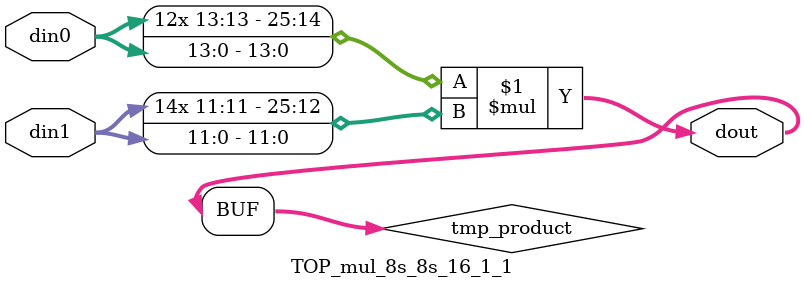
<source format=v>

`timescale 1 ns / 1 ps

  module TOP_mul_8s_8s_16_1_1(din0, din1, dout);
parameter ID = 1;
parameter NUM_STAGE = 0;
parameter din0_WIDTH = 14;
parameter din1_WIDTH = 12;
parameter dout_WIDTH = 26;

input [din0_WIDTH - 1 : 0] din0; 
input [din1_WIDTH - 1 : 0] din1; 
output [dout_WIDTH - 1 : 0] dout;

wire signed [dout_WIDTH - 1 : 0] tmp_product;













assign tmp_product = $signed(din0) * $signed(din1);








assign dout = tmp_product;







endmodule

</source>
